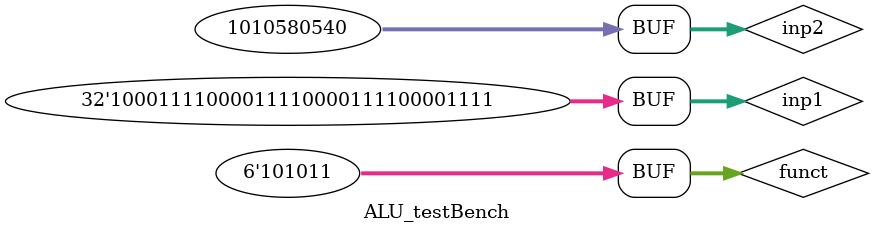
<source format=v>
module ALU_testBench();
	wire [31:0]out;
	reg [31:0]inp1, inp2;
	reg [5:0]funct;
	
	
	// Calling module to test
	ALU alu(out, inp1, inp2, funct);
	
	
	
	// Test values
	initial begin
		inp1 = 32'b11111111111111111111111111111111; inp2 = 32'b00000000000000000000000000000000; funct = 6'b100000; #10;
		inp1 = 32'b11111111111111111111111111111100; inp2 = 32'b00000000000000000000000000000001; funct = 6'b100001; #10;
		inp1 = 32'b11111111111111111111111111111100; inp2 = 32'b11111111111111111111111111111000; funct = 6'b100010; #10;
		inp1 = 32'b10001111000011110000111100001111; inp2 = 32'b00111100001111000011110000111100; funct = 6'b100100; #10;
		inp1 = 32'b10001111000011110000111100001111; inp2 = 32'b00111100001111000011110000111100; funct = 6'b100101; #10;
		inp1 = 32'b10001111000011110000111100001111; inp2 = 32'b00111100001111000011110000111100; funct = 6'b101011; #10;
	end
	
	
	
	// Monitoring changes
	initial begin
		$monitor("Time=%2d, register0=%32b, register1=%32b, register2=%32b, funct=%6b", $time, inp1, inp2, out, funct);
	end
endmodule
</source>
